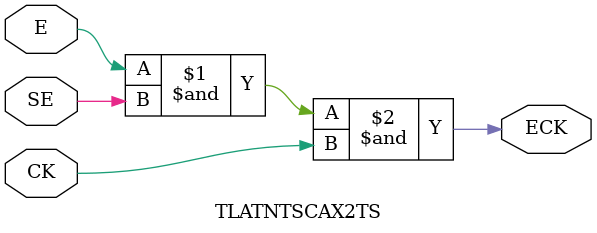
<source format=v>

module d_ff_en_clk_gate (
  input CLK,
  input EN,
  input TE,
  input [31:0] DATA_IN,
  output reg DATA_OUT
);

  reg d_ff_en;
  wire ENCLK;

endmodule

module TLATNTSCAX2TS (
    input E,
    input SE,
    input CK,
    output ECK
);

    assign ECK = E & SE & CK;

endmodule

</source>
